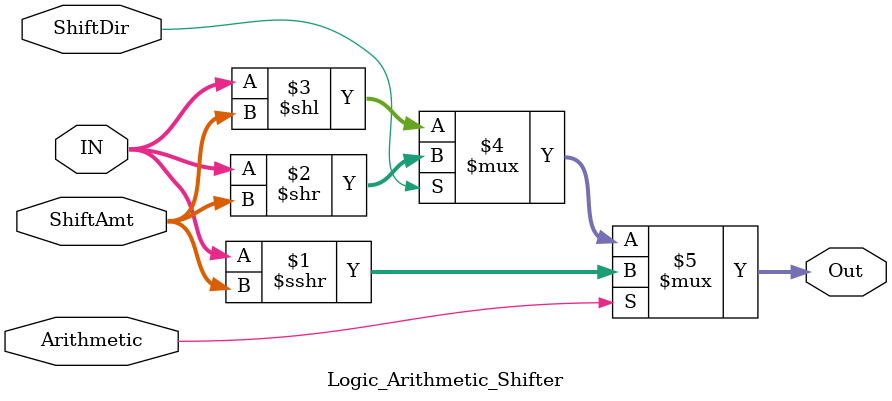
<source format=v>
module Logic_Arithmetic_Shifter #(parameter SHIFT_BITS = 5) (IN, ShiftAmt, ShiftDir, Arithmetic, Out);
	localparam N = 2**SHIFT_BITS;

	input [N-1:0] IN;
	input [SHIFT_BITS-1:0] ShiftAmt;
	input ShiftDir, Arithmetic;
	output [N-1:0] Out;

	assign Out = Arithmetic ? ($signed(IN) >>> ShiftAmt) : (ShiftDir ? (IN >> ShiftAmt) : (IN << ShiftAmt));
	
endmodule
</source>
